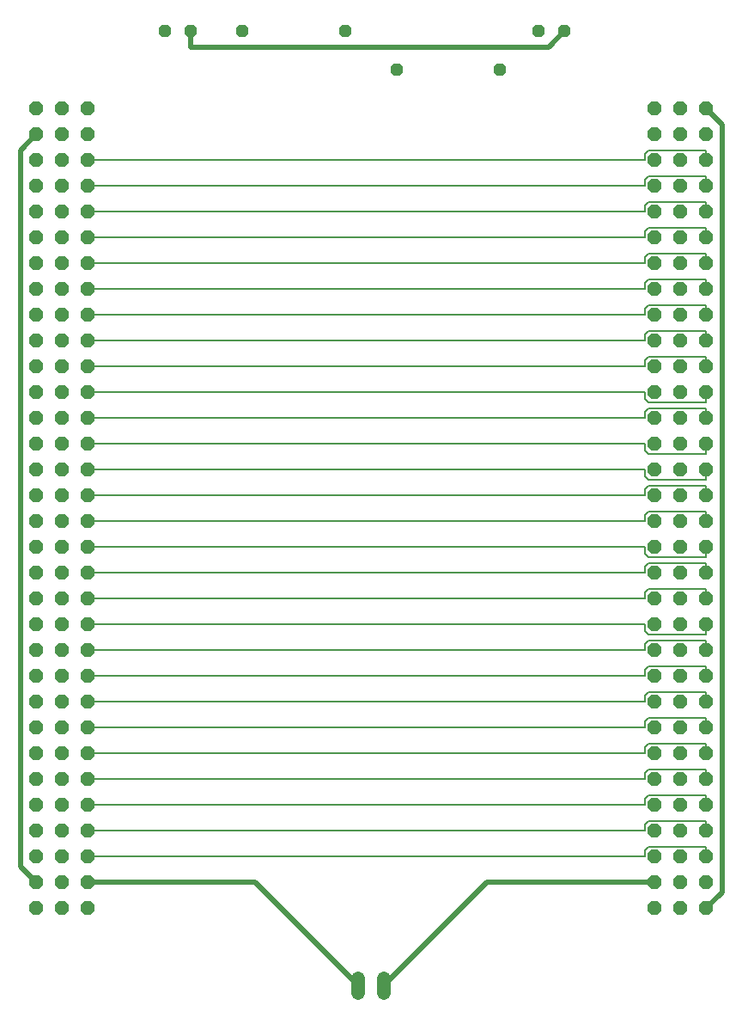
<source format=gbr>
G04 EAGLE Gerber RS-274X export*
G75*
%MOMM*%
%FSLAX34Y34*%
%LPD*%
%INBottom Copper*%
%IPPOS*%
%AMOC8*
5,1,8,0,0,1.08239X$1,22.5*%
G01*
%ADD10P,1.484606X8X22.500000*%
%ADD11P,1.319650X8X22.500000*%
%ADD12C,1.371600*%
%ADD13C,0.508000*%
%ADD14C,0.152400*%


D10*
X50800Y965200D03*
X50800Y939800D03*
X50800Y914400D03*
X50800Y889000D03*
X50800Y863600D03*
X50800Y838200D03*
X50800Y812800D03*
X50800Y787400D03*
X50800Y762000D03*
X50800Y736600D03*
X50800Y711200D03*
X50800Y685800D03*
X50800Y660400D03*
X50800Y635000D03*
X50800Y609600D03*
X50800Y584200D03*
X101600Y965200D03*
X101600Y939800D03*
X101600Y914400D03*
X101600Y889000D03*
X101600Y863600D03*
X101600Y838200D03*
X101600Y812800D03*
X101600Y787400D03*
X101600Y762000D03*
X101600Y736600D03*
X101600Y711200D03*
X101600Y685800D03*
X101600Y660400D03*
X101600Y635000D03*
X101600Y609600D03*
X101600Y584200D03*
X76200Y965200D03*
X76200Y939800D03*
X76200Y914400D03*
X76200Y889000D03*
X76200Y863600D03*
X76200Y838200D03*
X76200Y812800D03*
X76200Y787400D03*
X76200Y762000D03*
X76200Y736600D03*
X76200Y711200D03*
X76200Y685800D03*
X76200Y660400D03*
X76200Y635000D03*
X76200Y609600D03*
X76200Y584200D03*
X50800Y558800D03*
X50800Y533400D03*
X50800Y508000D03*
X50800Y482600D03*
X50800Y457200D03*
X50800Y431800D03*
X50800Y406400D03*
X50800Y381000D03*
X50800Y355600D03*
X50800Y330200D03*
X50800Y304800D03*
X50800Y279400D03*
X50800Y254000D03*
X50800Y228600D03*
X50800Y203200D03*
X50800Y177800D03*
X101600Y558800D03*
X101600Y533400D03*
X101600Y508000D03*
X101600Y482600D03*
X101600Y457200D03*
X101600Y431800D03*
X101600Y406400D03*
X101600Y381000D03*
X101600Y355600D03*
X101600Y330200D03*
X101600Y304800D03*
X101600Y279400D03*
X101600Y254000D03*
X101600Y228600D03*
X101600Y203200D03*
X101600Y177800D03*
X76200Y558800D03*
X76200Y533400D03*
X76200Y508000D03*
X76200Y482600D03*
X76200Y457200D03*
X76200Y431800D03*
X76200Y406400D03*
X76200Y381000D03*
X76200Y355600D03*
X76200Y330200D03*
X76200Y304800D03*
X76200Y279400D03*
X76200Y254000D03*
X76200Y228600D03*
X76200Y203200D03*
X76200Y177800D03*
X660400Y965200D03*
X660400Y939800D03*
X660400Y914400D03*
X660400Y889000D03*
X660400Y863600D03*
X660400Y838200D03*
X660400Y812800D03*
X660400Y787400D03*
X660400Y762000D03*
X660400Y736600D03*
X660400Y711200D03*
X660400Y685800D03*
X660400Y660400D03*
X660400Y635000D03*
X660400Y609600D03*
X660400Y584200D03*
X711200Y965200D03*
X711200Y939800D03*
X711200Y914400D03*
X711200Y889000D03*
X711200Y863600D03*
X711200Y838200D03*
X711200Y812800D03*
X711200Y787400D03*
X711200Y762000D03*
X711200Y736600D03*
X711200Y711200D03*
X711200Y685800D03*
X711200Y660400D03*
X711200Y635000D03*
X711200Y609600D03*
X711200Y584200D03*
X685800Y965200D03*
X685800Y939800D03*
X685800Y914400D03*
X685800Y889000D03*
X685800Y863600D03*
X685800Y838200D03*
X685800Y812800D03*
X685800Y787400D03*
X685800Y762000D03*
X685800Y736600D03*
X685800Y711200D03*
X685800Y685800D03*
X685800Y660400D03*
X685800Y635000D03*
X685800Y609600D03*
X685800Y584200D03*
X660400Y558800D03*
X660400Y533400D03*
X660400Y508000D03*
X660400Y482600D03*
X660400Y457200D03*
X660400Y431800D03*
X660400Y406400D03*
X660400Y381000D03*
X660400Y355600D03*
X660400Y330200D03*
X660400Y304800D03*
X660400Y279400D03*
X660400Y254000D03*
X660400Y228600D03*
X660400Y203200D03*
X660400Y177800D03*
X711200Y558800D03*
X711200Y533400D03*
X711200Y508000D03*
X711200Y482600D03*
X711200Y457200D03*
X711200Y431800D03*
X711200Y406400D03*
X711200Y381000D03*
X711200Y355600D03*
X711200Y330200D03*
X711200Y304800D03*
X711200Y279400D03*
X711200Y254000D03*
X711200Y228600D03*
X711200Y203200D03*
X711200Y177800D03*
X685800Y558800D03*
X685800Y533400D03*
X685800Y508000D03*
X685800Y482600D03*
X685800Y457200D03*
X685800Y431800D03*
X685800Y406400D03*
X685800Y381000D03*
X685800Y355600D03*
X685800Y330200D03*
X685800Y304800D03*
X685800Y279400D03*
X685800Y254000D03*
X685800Y228600D03*
X685800Y203200D03*
X685800Y177800D03*
D11*
X177800Y1041400D03*
X203200Y1041400D03*
X254000Y1041400D03*
X355600Y1041400D03*
X546100Y1041400D03*
X571500Y1041400D03*
X406400Y1003300D03*
X508000Y1003300D03*
D12*
X393700Y108458D02*
X393700Y94742D01*
X368300Y94742D02*
X368300Y108458D01*
D13*
X555625Y1025525D02*
X571500Y1041400D01*
X555625Y1025525D02*
X203200Y1025525D01*
X203200Y1041400D01*
X727075Y193675D02*
X711200Y177800D01*
X727075Y193675D02*
X727075Y949325D01*
X711200Y965200D01*
D14*
X650875Y914400D02*
X101600Y914400D01*
X650875Y914400D02*
X650875Y920750D01*
X654050Y923925D01*
X711200Y923925D01*
X711200Y914400D01*
X650875Y889000D02*
X101600Y889000D01*
X650875Y889000D02*
X650875Y895350D01*
X654050Y898525D01*
X711200Y898525D01*
X711200Y889000D01*
X650875Y863600D02*
X101600Y863600D01*
X650875Y863600D02*
X650875Y869950D01*
X654050Y873125D01*
X711200Y873125D01*
X711200Y863600D01*
X650875Y838200D02*
X101600Y838200D01*
X650875Y838200D02*
X650875Y844550D01*
X654050Y847725D01*
X711200Y847725D01*
X711200Y838200D01*
X650875Y812800D02*
X101600Y812800D01*
X650875Y812800D02*
X650875Y819150D01*
X654050Y822325D01*
X711200Y822325D01*
X711200Y812800D01*
X650875Y787400D02*
X101600Y787400D01*
X650875Y787400D02*
X650875Y793750D01*
X654050Y796925D01*
X711200Y796925D01*
X711200Y787400D01*
X650875Y762000D02*
X101600Y762000D01*
X650875Y762000D02*
X650875Y768350D01*
X654050Y771525D01*
X711200Y771525D01*
X711200Y762000D01*
X650875Y736600D02*
X101600Y736600D01*
X650875Y736600D02*
X650875Y742950D01*
X654050Y746125D01*
X711200Y746125D01*
X711200Y736600D01*
X650875Y711200D02*
X101600Y711200D01*
X650875Y711200D02*
X650875Y717550D01*
X654050Y720725D01*
X711200Y720725D01*
X711200Y711200D01*
X650875Y685800D02*
X101600Y685800D01*
X650875Y685800D02*
X650875Y679450D01*
X654050Y676275D01*
X711200Y676275D01*
X711200Y685800D01*
X650875Y660400D02*
X101600Y660400D01*
X650875Y660400D02*
X650875Y666750D01*
X654050Y669925D01*
X711200Y669925D01*
X711200Y660400D01*
X650875Y635000D02*
X101600Y635000D01*
X650875Y635000D02*
X650875Y628650D01*
X654050Y625475D01*
X711200Y625475D01*
X711200Y635000D01*
X650875Y609600D02*
X101600Y609600D01*
X650875Y609600D02*
X650875Y603250D01*
X654050Y600075D01*
X711200Y600075D01*
X711200Y609600D01*
X650875Y584200D02*
X101600Y584200D01*
X650875Y584200D02*
X650875Y590550D01*
X654050Y593725D01*
X711200Y593725D01*
X711200Y584200D01*
X650875Y558800D02*
X101600Y558800D01*
X650875Y558800D02*
X650875Y565150D01*
X654050Y568325D01*
X711200Y568325D01*
X711200Y558800D01*
X650875Y533400D02*
X101600Y533400D01*
X650875Y533400D02*
X650875Y527050D01*
X654050Y523875D01*
X711200Y523875D01*
X711200Y533400D01*
X650875Y508000D02*
X101600Y508000D01*
X650875Y508000D02*
X650875Y514350D01*
X654050Y517525D01*
X711200Y517525D01*
X711200Y508000D01*
X650875Y482600D02*
X101600Y482600D01*
X650875Y482600D02*
X650875Y488950D01*
X654050Y492125D01*
X711200Y492125D01*
X711200Y482600D01*
X650875Y457200D02*
X101600Y457200D01*
X650875Y457200D02*
X650875Y450850D01*
X654050Y447675D01*
X711200Y447675D01*
X711200Y457200D01*
X650875Y431800D02*
X101600Y431800D01*
X650875Y431800D02*
X650875Y438150D01*
X654050Y441325D01*
X711200Y441325D01*
X711200Y431800D01*
X650875Y406400D02*
X101600Y406400D01*
X650875Y406400D02*
X650875Y412750D01*
X654050Y415925D01*
X711200Y415925D01*
X711200Y406400D01*
X650875Y381000D02*
X101600Y381000D01*
X650875Y381000D02*
X650875Y387350D01*
X654050Y390525D01*
X711200Y390525D01*
X711200Y381000D01*
X650875Y355600D02*
X101600Y355600D01*
X650875Y355600D02*
X650875Y361950D01*
X654050Y365125D01*
X711200Y365125D01*
X711200Y355600D01*
X650875Y330200D02*
X101600Y330200D01*
X650875Y330200D02*
X650875Y336550D01*
X654050Y339725D01*
X711200Y339725D01*
X711200Y330200D01*
X650875Y304800D02*
X101600Y304800D01*
X650875Y304800D02*
X650875Y311150D01*
X654050Y314325D01*
X711200Y314325D01*
X711200Y304800D01*
X650875Y279400D02*
X101600Y279400D01*
X650875Y279400D02*
X650875Y285750D01*
X654050Y288925D01*
X711200Y288925D01*
X711200Y279400D01*
X650875Y254000D02*
X101600Y254000D01*
X650875Y254000D02*
X650875Y260350D01*
X654050Y263525D01*
X711200Y263525D01*
X711200Y254000D01*
X650875Y228600D02*
X101600Y228600D01*
X650875Y228600D02*
X650875Y234950D01*
X654050Y238125D01*
X711200Y238125D01*
X711200Y228600D01*
D13*
X368300Y101600D02*
X266700Y203200D01*
X101600Y203200D01*
X34925Y923925D02*
X50800Y939800D01*
X34925Y923925D02*
X34925Y219075D01*
X50800Y203200D01*
X393700Y101600D02*
X495300Y203200D01*
X660400Y203200D01*
M02*

</source>
